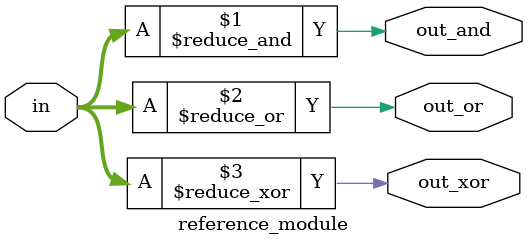
<source format=sv>
module reference_module (
	input [99:0] in,
	output out_and,
	output out_or,
	output out_xor
);

	assign out_and = &in;
	assign out_or = |in;
	assign out_xor = ^in;
	
endmodule

</source>
